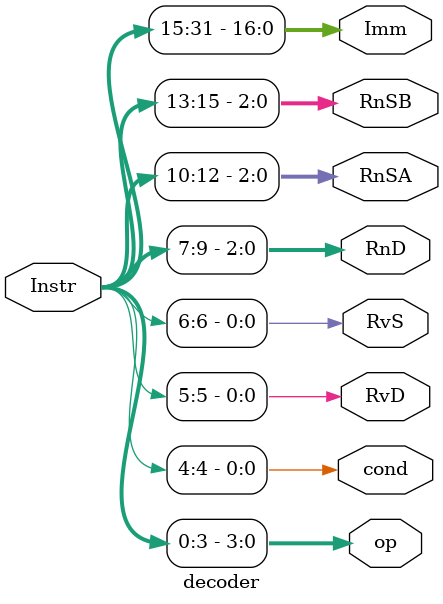
<source format=sv>
module decoder(input logic [0:31] 	Instr,
					output logic [3:0] 	op,
					output logic 		 	cond, RvD, RvS, 
					output logic [2:0] 	RnD, RnSA, RnSB,
					output logic [16:0] 	Imm );
	
	assign op 	= Instr[0:3];
	assign cond = Instr[4];
	assign RvD 	= Instr[5];
	assign RvS 	= Instr[6];
	assign RnD 	= Instr[7:9];
	assign RnSA = Instr[10:12];
	assign RnSB = Instr[13:15];
	assign Imm 	= Instr[15:31];

endmodule  
</source>
